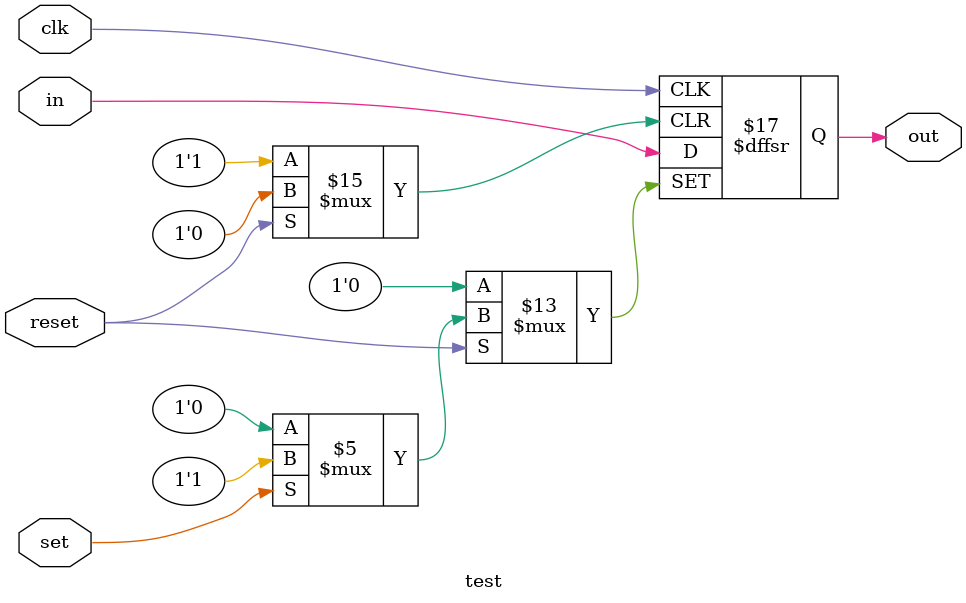
<source format=v>
module test(input  in,  input clk,  reset, set, output reg out);
always @(posedge clk, negedge reset, posedge set)
    if(!reset) out <= 1'b0;
	else if(set) out <= 1'b1;
	else out <= in;
endmodule	

</source>
